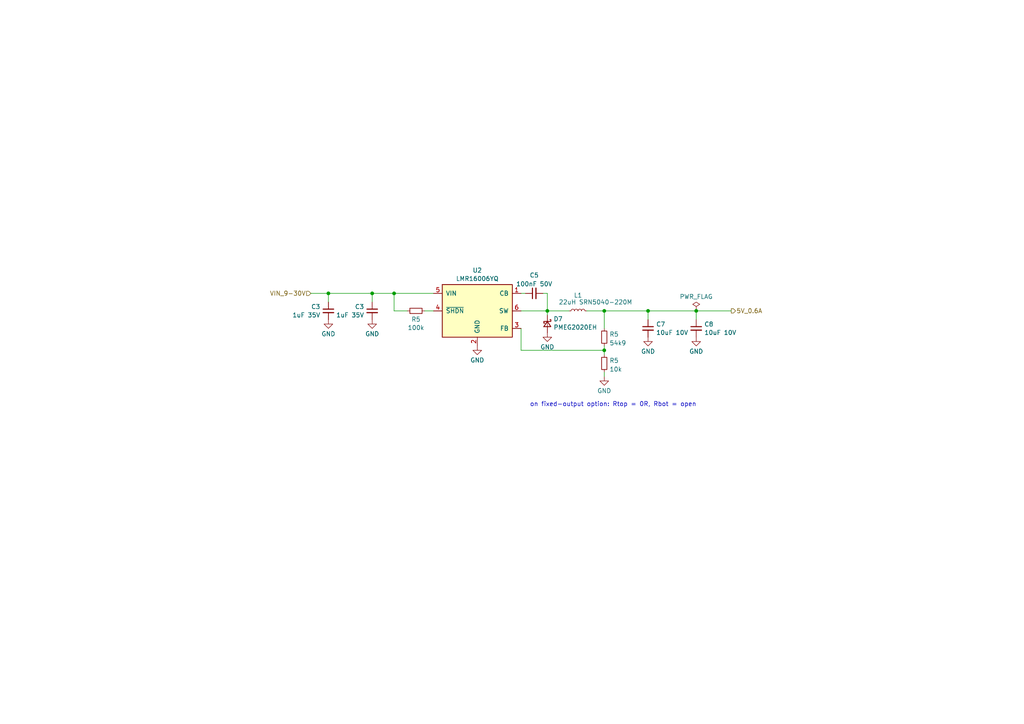
<source format=kicad_sch>
(kicad_sch (version 20230121) (generator eeschema)
  (paper "A4")
  (lib_symbols
    (symbol "Device:C_Small" (pin_numbers hide) (pin_names (offset 0.254) hide)
      (property "Reference" "C" (at 0.254 1.778 0))
      (property "Value" "C_Small" (at 0.254 -2.032 0))
      (symbol "C_Small_0_1"
        (polyline (pts (xy -1.524 -0.508) (xy 1.524 -0.508)) (stroke (width 0.3302)))
        (polyline (pts (xy -1.524 0.508) (xy 1.524 0.508)) (stroke (width 0.3048)))
      )
      (symbol "C_Small_1_1"
        (pin passive line (at 0 2.54 270) (length 2.032) (name "~") (number "1"))
        (pin passive line (at 0 -2.54 90) (length 2.032) (name "~") (number "2"))
      )
    )
    (symbol "Device:D_Schottky_Small" (pin_numbers hide) (pin_names (offset 0.254) hide)
      (property "Reference" "D" (at -1.27 2.032 0))
      (property "Value" "D_Schottky_Small" (at -7.112 -2.032 0))
      (symbol "D_Schottky_Small_0_1"
        (polyline (pts (xy -0.762 0) (xy 0.762 0)))
        (polyline (pts (xy 0.762 -1.016) (xy -0.762 0) (xy 0.762 1.016) (xy 0.762 -1.016)) (stroke (width 0.254)))
        (polyline (pts (xy -1.27 0.762) (xy -1.27 1.016) (xy -0.762 1.016) (xy -0.762 -1.016) (xy -0.254 -1.016) (xy -0.254 -0.762)) (stroke (width 0.254)))
      )
      (symbol "D_Schottky_Small_1_1"
        (pin passive line (at -2.54 0 0) (length 1.778) (name "K") (number "1"))
        (pin passive line (at 2.54 0 180) (length 1.778) (name "A") (number "2"))
      )
    )
    (symbol "Device:L_Small" (pin_numbers hide) (pin_names (offset 0.254) hide)
      (property "Reference" "L" (at 0.762 1.016 0))
      (property "Value" "L_Small" (at 0.762 -1.016 0))
      (symbol "L_Small_0_1"
        (arc (start 0 -2.032) (mid 0.5058 -1.524) (end 0 -1.016))
        (arc (start 0 -1.016) (mid 0.5058 -0.508) (end 0 0))
        (arc (start 0 0) (mid 0.5058 0.508) (end 0 1.016))
        (arc (start 0 1.016) (mid 0.5058 1.524) (end 0 2.032))
      )
      (symbol "L_Small_1_1"
        (pin passive line (at 0 2.54 270) (length 0.508) (name "~") (number "1"))
        (pin passive line (at 0 -2.54 90) (length 0.508) (name "~") (number "2"))
      )
    )
    (symbol "Device:R_Small" (pin_numbers hide) (pin_names (offset 0.254) hide)
      (property "Reference" "R" (at 0.762 0.508 0))
      (property "Value" "R_Small" (at 0.762 -1.016 0))
      (symbol "R_Small_0_1"
        (rectangle (start -0.762 1.778) (end 0.762 -1.778) (stroke (width 0.2032)))
      )
      (symbol "R_Small_1_1"
        (pin passive line (at 0 2.54 270) (length 0.762) (name "~") (number "1"))
        (pin passive line (at 0 -2.54 90) (length 0.762) (name "~") (number "2"))
      )
    )
    (symbol "Regulator_Switching:LMR16006YQ" (pin_names (offset 1.016))
      (property "Reference" "U" (at -10.16 11.43 0))
      (property "Value" "LMR16006YQ" (at -10.16 8.89 0))
      (symbol "LMR16006YQ_0_1"
        (rectangle (start -10.16 7.62) (end 10.16 -7.62) (stroke (width 0.254)) (fill (type background)))
      )
      (symbol "LMR16006YQ_1_1"
        (pin input line (at 12.7 5.08 180) (length 2.54) (name "CB") (number "1"))
        (pin power_in line (at 0 -10.16 90) (length 2.54) (name "GND") (number "2"))
        (pin input line (at 12.7 -5.08 180) (length 2.54) (name "FB") (number "3"))
        (pin input line (at -12.7 0 0) (length 2.54) (name "~{SHDN}") (number "4"))
        (pin power_in line (at -12.7 5.08 0) (length 2.54) (name "VIN") (number "5"))
        (pin output line (at 12.7 0 180) (length 2.54) (name "SW") (number "6"))
      )
    )
    (symbol "power:GND" (power) (pin_names (offset 0))
      (property "Value" "GND" (at 0 -3.81 0))
      (symbol "GND_0_1"
        (polyline (pts (xy 0 0) (xy 0 -1.27) (xy 1.27 -1.27) (xy 0 -2.54) (xy -1.27 -1.27) (xy 0 -1.27)))
      )
      (symbol "GND_1_1"
        (pin power_in line (at 0 0 270) (length 0) hide (name "GND") (number "1"))
      )
    )
    (symbol "power:PWR_FLAG" (power) (pin_numbers hide) (pin_names (offset 0) hide)
      (property "Value" "PWR_FLAG" (at 0 3.81 0))
      (symbol "PWR_FLAG_0_0"
        (pin power_out line (at 0 0 90) (length 0) (name "pwr") (number "1"))
      )
      (symbol "PWR_FLAG_0_1"
        (polyline (pts (xy 0 0) (xy 0 1.27) (xy -1.016 1.905) (xy 0 2.54) (xy 1.016 1.905) (xy 0 1.27)))
      )
    )
  )
  (junction (at 114.3 85.09))
  (junction (at 107.95 85.09))
  (junction (at 95.25 85.09))
  (junction (at 175.26 101.6))
  (junction (at 187.96 90.17))
  (junction (at 201.93 90.17))
  (junction (at 158.75 90.17))
  (junction (at 175.26 90.17))
  (wire (pts (xy 175.26 107.95) (xy 175.26 109.22)))
  (wire (pts (xy 187.96 90.17) (xy 201.93 90.17)))
  (wire (pts (xy 175.26 90.17) (xy 187.96 90.17)))
  (wire (pts (xy 90.17 85.09) (xy 95.25 85.09)))
  (wire (pts (xy 175.26 90.17) (xy 175.26 95.25)))
  (wire (pts (xy 201.93 90.17) (xy 201.93 92.71)))
  (wire (pts (xy 107.95 85.09) (xy 114.3 85.09)))
  (wire (pts (xy 201.93 90.17) (xy 212.09 90.17)))
  (wire (pts (xy 158.75 85.09) (xy 158.75 90.17)))
  (wire (pts (xy 114.3 90.17) (xy 114.3 85.09)))
  (wire (pts (xy 151.13 101.6) (xy 151.13 95.25)))
  (wire (pts (xy 151.13 101.6) (xy 175.26 101.6)))
  (wire (pts (xy 118.11 90.17) (xy 114.3 90.17)))
  (wire (pts (xy 158.75 90.17) (xy 158.75 91.44)))
  (wire (pts (xy 157.48 85.09) (xy 158.75 85.09)))
  (wire (pts (xy 151.13 85.09) (xy 152.4 85.09)))
  (wire (pts (xy 187.96 90.17) (xy 187.96 92.71)))
  (wire (pts (xy 170.18 90.17) (xy 175.26 90.17)))
  (wire (pts (xy 95.25 85.09) (xy 107.95 85.09)))
  (wire (pts (xy 95.25 85.09) (xy 95.25 87.63)))
  (wire (pts (xy 114.3 85.09) (xy 125.73 85.09)))
  (wire (pts (xy 175.26 100.33) (xy 175.26 101.6)))
  (wire (pts (xy 175.26 101.6) (xy 175.26 102.87)))
  (wire (pts (xy 151.13 90.17) (xy 158.75 90.17)))
  (wire (pts (xy 123.19 90.17) (xy 125.73 90.17)))
  (wire (pts (xy 158.75 90.17) (xy 165.1 90.17)))
  (wire (pts (xy 107.95 85.09) (xy 107.95 87.63)))
  (text "on fixed-output option: Rtop = 0R, Rbot = open" (at 153.67 118.11 0) (effects (font (size 1.27 1.27)) (justify left bottom)))
  (hierarchical_label "5V_0.6A" (shape output) (at 212.09 90.17 0))
  (hierarchical_label "VIN_9-30V" (shape input) (at 90.17 85.09 180))
  (symbol (lib_id "Device:R_Small") (at 175.26 97.79 0) (unit 1)
    (property "Reference" "R5" (at 176.7586 96.9553 0) (effects (justify left)))
    (property "Value" "54k9" (at 176.7586 99.4922 0) (effects (justify left)))
    (property "Footprint" "Resistor_SMD:R_0805_2012Metric" (effects hide))
    (instances (project "robotics_power_supply" (path "" (reference "R5") (unit 1)) (path "" (reference "R15") (unit 1))) (project "wakeuplight" (path "" (reference "R4") (unit 1))))
  )
  (symbol (lib_id "Device:C_Small") (at 95.25 90.17 0) (unit 1)
    (property "Reference" "C3" (at 92.926 88.9642 0) (effects (justify right)))
    (property "Value" "1uF 35V" (at 92.926 91.3884 0) (effects (justify right)))
    (property "Footprint" "Capacitor_SMD:C_0805_2012Metric" (effects hide))
    (property "OC_MOUSER" "187-CL21B105KBFNFNE" (effects hide))
    (instances (project "robotics_power_supply" (path "" (reference "C3") (unit 1)) (path "" (reference "C10") (unit 1))) (project "wakeuplight" (path "" (reference "C5") (unit 1))))
  )
  (symbol (lib_id "power:GND") (at 201.93 97.79 0) (unit 1)
    (property "Reference" "#PWR045" (effects hide))
    (property "Value" "GND" (at 201.93 101.9231 0))
    (instances (project "robotics_power_supply" (path "" (reference "#PWR045") (unit 1))) (project "wakeuplight" (path "" (reference "#PWR036") (unit 1))))
  )
  (symbol (lib_id "Device:R_Small") (at 120.65 90.17 90) (unit 1)
    (property "Reference" "R5" (at 120.65 92.6267 90))
    (property "Value" "100k" (at 120.65 95.0509 90))
    (property "Footprint" "Resistor_SMD:R_0805_2012Metric" (effects hide))
    (instances (project "robotics_power_supply" (path "" (reference "R5") (unit 1)) (path "" (reference "R16") (unit 1))) (project "wakeuplight" (path "" (reference "R3") (unit 1))))
  )
  (symbol (lib_id "Device:C_Small") (at 107.95 90.17 0) (unit 1)
    (property "Reference" "C3" (at 105.626 88.9642 0) (effects (justify right)))
    (property "Value" "1uF 35V" (at 105.626 91.3884 0) (effects (justify right)))
    (property "Footprint" "Capacitor_SMD:C_0805_2012Metric" (effects hide))
    (property "OC_MOUSER" "187-CL21B105KBFNFNE" (effects hide))
    (instances (project "robotics_power_supply" (path "" (reference "C3") (unit 1)) (path "" (reference "C9") (unit 1))) (project "wakeuplight" (path "" (reference "C6") (unit 1))))
  )
  (symbol (lib_id "Regulator_Switching:LMR16006YQ") (at 138.43 90.17 0) (unit 1)
    (property "Reference" "U2" (at 138.43 78.4057 0))
    (property "Value" "LMR16006YQ" (at 138.43 80.8299 0))
    (property "Footprint" "Package_TO_SOT_SMD:SOT-23-6" (effects hide))
    (property "Datasheet" "http://www.ti.com/lit/ds/symlink/lmr16006y-q1.pdf" (effects hide))
    (instances (project "robotics_power_supply" (path "" (reference "U2") (unit 1)) (path "" (reference "U2") (unit 1))) (project "wakeuplight" (path "" (reference "U3") (unit 1))))
  )
  (symbol (lib_id "power:GND") (at 107.95 92.71 0) (unit 1)
    (property "Reference" "#PWR039" (effects hide))
    (property "Value" "GND" (at 107.95 96.8431 0))
    (instances (project "robotics_power_supply" (path "" (reference "#PWR039") (unit 1))) (project "wakeuplight" (path "" (reference "#PWR031") (unit 1))))
  )
  (symbol (lib_id "power:GND") (at 138.43 100.33 0) (unit 1)
    (property "Reference" "#PWR037" (effects hide))
    (property "Value" "GND" (at 138.43 104.4631 0))
    (instances (project "robotics_power_supply" (path "" (reference "#PWR037") (unit 1))) (project "wakeuplight" (path "" (reference "#PWR032") (unit 1))))
  )
  (symbol (lib_id "power:PWR_FLAG") (at 201.93 90.17 0) (unit 1)
    (property "Reference" "#FLG04" (effects hide))
    (property "Value" "PWR_FLAG" (at 201.93 86.0369 0))
    (instances (project "robotics_power_supply" (path "" (reference "#FLG04") (unit 1))) (project "wakeuplight" (path "" (reference "#FLG03") (unit 1))))
  )
  (symbol (lib_id "Device:R_Small") (at 175.26 105.41 0) (unit 1)
    (property "Reference" "R5" (at 176.7586 104.5753 0) (effects (justify left)))
    (property "Value" "10k" (at 176.7586 107.1122 0) (effects (justify left)))
    (property "Footprint" "Resistor_SMD:R_0805_2012Metric" (effects hide))
    (instances (project "robotics_power_supply" (path "" (reference "R5") (unit 1)) (path "" (reference "R14") (unit 1))) (project "wakeuplight" (path "" (reference "R5") (unit 1))))
  )
  (symbol (lib_id "Device:C_Small") (at 201.93 95.25 0) (unit 1)
    (property "Reference" "C8" (at 204.2541 94.0442 0) (effects (justify left)))
    (property "Value" "10uF 10V" (at 204.2541 96.4684 0) (effects (justify left)))
    (property "Footprint" "Capacitor_SMD:C_0805_2012Metric" (effects hide))
    (instances (project "robotics_power_supply" (path "" (reference "C8") (unit 1))) (project "wakeuplight" (path "" (reference "C9") (unit 1))))
  )
  (symbol (lib_id "power:GND") (at 158.75 96.52 0) (unit 1)
    (property "Reference" "#PWR043" (effects hide))
    (property "Value" "GND" (at 158.75 100.6531 0))
    (instances (project "robotics_power_supply" (path "" (reference "#PWR043") (unit 1))) (project "wakeuplight" (path "" (reference "#PWR033") (unit 1))))
  )
  (symbol (lib_id "Device:C_Small") (at 187.96 95.25 0) (unit 1)
    (property "Reference" "C7" (at 190.2841 94.0442 0) (effects (justify left)))
    (property "Value" "10uF 10V" (at 190.2841 96.4684 0) (effects (justify left)))
    (property "Footprint" "Capacitor_SMD:C_0805_2012Metric" (effects hide))
    (instances (project "robotics_power_supply" (path "" (reference "C7") (unit 1))) (project "wakeuplight" (path "" (reference "C8") (unit 1))))
  )
  (symbol (lib_id "Device:D_Schottky_Small") (at 158.75 93.98 270) (unit 1)
    (property "Reference" "D7" (at 160.528 92.5139 90) (effects (justify left)))
    (property "Value" "PMEG2020EH" (at 160.528 94.9381 90) (effects (justify left)))
    (property "Footprint" "Diode_SMD:D_SOD-123F" (effects hide))
    (property "OC_MOUSER" "771-PMEG2020EH-T/R" (effects hide))
    (instances (project "robotics_power_supply" (path "" (reference "D7") (unit 1))) (project "wakeuplight" (path "" (reference "D3") (unit 1))))
  )
  (symbol (lib_id "power:GND") (at 95.25 92.71 0) (unit 1)
    (property "Reference" "#PWR047" (effects hide))
    (property "Value" "GND" (at 95.25 96.8431 0))
    (instances (project "robotics_power_supply" (path "" (reference "#PWR047") (unit 1))) (project "wakeuplight" (path "" (reference "#PWR030") (unit 1))))
  )
  (symbol (lib_id "power:GND") (at 187.96 97.79 0) (unit 1)
    (property "Reference" "#PWR042" (effects hide))
    (property "Value" "GND" (at 187.96 101.9231 0))
    (instances (project "robotics_power_supply" (path "" (reference "#PWR042") (unit 1))) (project "wakeuplight" (path "" (reference "#PWR035") (unit 1))))
  )
  (symbol (lib_id "power:GND") (at 175.26 109.22 0) (unit 1)
    (property "Reference" "#PWR040" (effects hide))
    (property "Value" "GND" (at 175.26 113.3531 0))
    (instances (project "robotics_power_supply" (path "" (reference "#PWR040") (unit 1))) (project "wakeuplight" (path "" (reference "#PWR034") (unit 1))))
  )
  (symbol (lib_id "Device:L_Small") (at 167.64 90.17 90) (unit 1)
    (property "Reference" "L1" (at 167.64 85.6469 90))
    (property "Value" "22uH SRN5040-220M" (at 172.72 87.63 90))
    (property "Footprint" "Inductor_SMD:L_Taiyo-Yuden_NR-50xx_HandSoldering" (effects hide))
    (property "OC_MOUSER" "652-SRN5040-220M" (effects hide))
  )
  (symbol (lib_id "Device:C_Small") (at 154.94 85.09 90) (unit 1)
    (property "Reference" "C5" (at 154.9463 79.8281 90))
    (property "Value" "100nF 50V" (at 154.9463 82.365 90))
    (property "Footprint" "Capacitor_SMD:C_0805_2012Metric" (effects hide))
    (instances (project "robotics_power_supply" (path "" (reference "C5") (unit 1)) (path "" (reference "C6") (unit 1))) (project "wakeuplight" (path "" (reference "C7") (unit 1))))
  )
)
</source>
